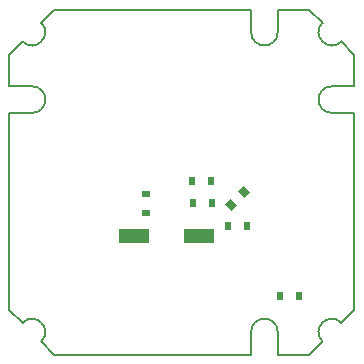
<source format=gbp>
%FSLAX25Y25*%
%MOIN*%
G70*
G01*
G75*
G04 Layer_Color=128*
%ADD10O,0.05906X0.01575*%
%ADD11R,0.05906X0.01575*%
%ADD12R,0.01575X0.05906*%
%ADD13C,0.01000*%
%ADD14C,0.01500*%
%ADD15C,0.00500*%
%ADD16R,0.05000X0.05000*%
%ADD17R,0.10000X0.15000*%
%ADD18R,0.05000X0.15000*%
%ADD19R,0.15000X0.05000*%
%ADD20R,0.15000X0.10000*%
%ADD21R,0.05000X0.05000*%
%ADD22C,0.05000*%
%ADD23C,0.03000*%
%ADD24R,0.02362X0.03150*%
%ADD25R,0.09843X0.04724*%
G04:AMPARAMS|DCode=26|XSize=23.62mil|YSize=31.5mil|CornerRadius=0mil|HoleSize=0mil|Usage=FLASHONLY|Rotation=45.000|XOffset=0mil|YOffset=0mil|HoleType=Round|Shape=Rectangle|*
%AMROTATEDRECTD26*
4,1,4,0.00278,-0.01949,-0.01949,0.00278,-0.00278,0.01949,0.01949,-0.00278,0.00278,-0.01949,0.0*
%
%ADD26ROTATEDRECTD26*%

%ADD27R,0.03150X0.02362*%
%ADD28C,0.00650*%
%ADD29C,0.00394*%
%ADD30O,0.06706X0.02375*%
%ADD31R,0.06706X0.02375*%
%ADD32R,0.02375X0.06706*%
%ADD33R,0.05800X0.05800*%
%ADD34R,0.10800X0.15800*%
%ADD35R,0.05800X0.15800*%
%ADD36R,0.15800X0.05800*%
%ADD37R,0.15800X0.10800*%
%ADD38R,0.05800X0.05800*%
%ADD39C,0.05800*%
%ADD40C,0.03800*%
%ADD41R,0.03162X0.03950*%
%ADD42R,0.10642X0.05524*%
G04:AMPARAMS|DCode=43|XSize=31.62mil|YSize=39.5mil|CornerRadius=0mil|HoleSize=0mil|Usage=FLASHONLY|Rotation=45.000|XOffset=0mil|YOffset=0mil|HoleType=Round|Shape=Rectangle|*
%AMROTATEDRECTD43*
4,1,4,0.00278,-0.02514,-0.02514,0.00278,-0.00278,0.02514,0.02514,-0.00278,0.00278,-0.02514,0.0*
%
%ADD43ROTATEDRECTD43*%

%ADD44R,0.03950X0.03162*%
D15*
X370000Y380571D02*
G03*
X370000Y389429I0J4429D01*
G01*
X466868Y410632D02*
G03*
X473132Y404368I3132J-3132D01*
G01*
X443071Y407500D02*
G03*
X451929Y407500I4429J0D01*
G01*
X366868Y404368D02*
G03*
X373132Y410632I3132J3132D01*
G01*
X470000Y389429D02*
G03*
X470000Y380571I0J-4429D01*
G01*
X473132Y310632D02*
G03*
X466868Y304368I-3132J-3132D01*
G01*
X373132D02*
G03*
X366868Y310632I-3132J3132D01*
G01*
X451929Y307500D02*
G03*
X443071Y307500I-4429J0D01*
G01*
X362500Y389500D02*
Y400000D01*
Y389500D02*
X370000Y389429D01*
X362500Y380500D02*
X370000Y380571D01*
X362500Y315000D02*
Y380500D01*
X473132Y404368D02*
X477500Y400000D01*
X462500Y415000D02*
X466868Y410632D01*
X377500Y415000D02*
X443000D01*
X443071Y407500D01*
X451929D02*
X452000Y415000D01*
X462500D01*
X362500Y400000D02*
X366868Y404368D01*
X373132Y410632D02*
X377500Y415000D01*
X477500Y315000D02*
Y380500D01*
X470000Y380571D02*
X477500Y380500D01*
X470000Y389429D02*
X477500Y389500D01*
Y400000D01*
X462500Y300000D02*
X466868Y304368D01*
X473132Y310632D02*
X477500Y315000D01*
X373132Y304368D02*
X377500Y300000D01*
X362500Y315000D02*
X366868Y310632D01*
X452000Y300000D02*
X462500D01*
X451929Y307500D02*
X452000Y300000D01*
X443000D02*
X443071Y307500D01*
X377500Y300000D02*
X443000D01*
D24*
X452850Y319500D02*
D03*
X459150D02*
D03*
X423350Y358000D02*
D03*
X429650D02*
D03*
X441650Y343000D02*
D03*
X435350D02*
D03*
X423850Y350500D02*
D03*
X430150D02*
D03*
D25*
X425827Y339500D02*
D03*
X404173D02*
D03*
D26*
X436273Y349773D02*
D03*
X440727Y354227D02*
D03*
D27*
X408000Y353650D02*
D03*
Y347350D02*
D03*
M02*

</source>
